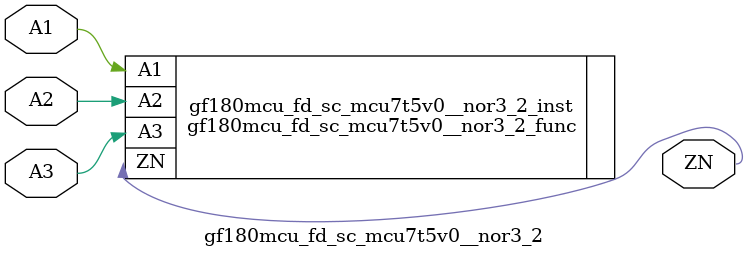
<source format=v>

module gf180mcu_fd_sc_mcu7t5v0__nor3_2( ZN, A3, A2, A1 );
input A1, A2, A3;
output ZN;

   `ifdef FUNCTIONAL  //  functional //

	gf180mcu_fd_sc_mcu7t5v0__nor3_2_func gf180mcu_fd_sc_mcu7t5v0__nor3_2_behav_inst(.ZN(ZN),.A3(A3),.A2(A2),.A1(A1));

   `else

	gf180mcu_fd_sc_mcu7t5v0__nor3_2_func gf180mcu_fd_sc_mcu7t5v0__nor3_2_inst(.ZN(ZN),.A3(A3),.A2(A2),.A1(A1));

	// spec_gates_begin


	// spec_gates_end



   specify

	// specify_block_begin

	// comb arc A1 --> ZN
	 (A1 => ZN) = (1.0,1.0);

	// comb arc A2 --> ZN
	 (A2 => ZN) = (1.0,1.0);

	// comb arc A3 --> ZN
	 (A3 => ZN) = (1.0,1.0);

	// specify_block_end

   endspecify

   `endif

endmodule

</source>
